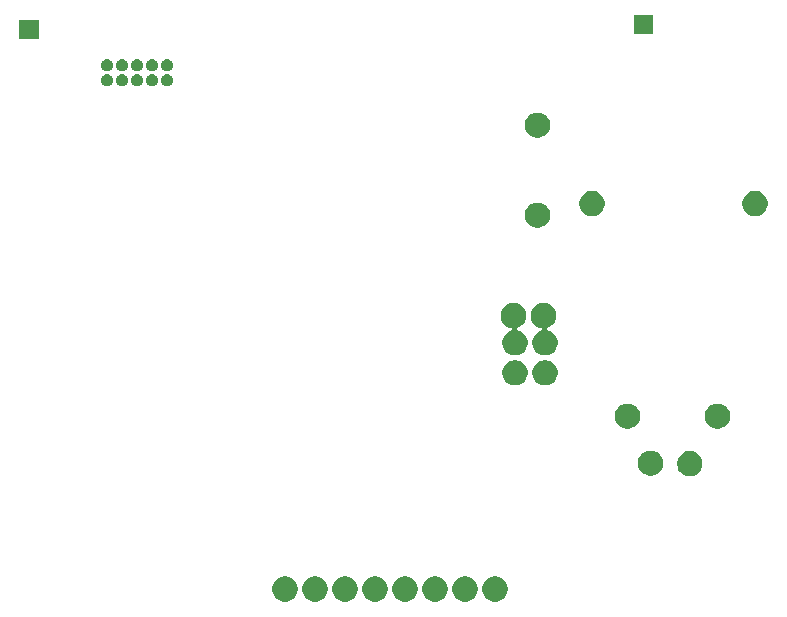
<source format=gbr>
G04 #@! TF.GenerationSoftware,KiCad,Pcbnew,(5.0.2)-1*
G04 #@! TF.CreationDate,2018-12-26T19:39:10+05:30*
G04 #@! TF.ProjectId,Air Pollution,41697220-506f-46c6-9c75-74696f6e2e6b,rev?*
G04 #@! TF.SameCoordinates,Original*
G04 #@! TF.FileFunction,Soldermask,Top*
G04 #@! TF.FilePolarity,Negative*
%FSLAX46Y46*%
G04 Gerber Fmt 4.6, Leading zero omitted, Abs format (unit mm)*
G04 Created by KiCad (PCBNEW (5.0.2)-1) date 12/26/2018 7:39:10 PM*
%MOMM*%
%LPD*%
G01*
G04 APERTURE LIST*
%ADD10C,0.100000*%
G04 APERTURE END LIST*
D10*
G36*
X143156399Y-106952158D02*
X143351308Y-107032891D01*
X143526726Y-107150102D01*
X143675898Y-107299274D01*
X143793109Y-107474692D01*
X143873842Y-107669601D01*
X143915000Y-107876515D01*
X143915000Y-108087485D01*
X143873842Y-108294399D01*
X143793109Y-108489308D01*
X143675898Y-108664726D01*
X143526726Y-108813898D01*
X143351308Y-108931109D01*
X143156399Y-109011842D01*
X142949485Y-109053000D01*
X142738515Y-109053000D01*
X142531601Y-109011842D01*
X142336692Y-108931109D01*
X142161274Y-108813898D01*
X142012102Y-108664726D01*
X141894891Y-108489308D01*
X141814158Y-108294399D01*
X141773000Y-108087485D01*
X141773000Y-107876515D01*
X141814158Y-107669601D01*
X141894891Y-107474692D01*
X142012102Y-107299274D01*
X142161274Y-107150102D01*
X142336692Y-107032891D01*
X142531601Y-106952158D01*
X142738515Y-106911000D01*
X142949485Y-106911000D01*
X143156399Y-106952158D01*
X143156399Y-106952158D01*
G37*
G36*
X140616399Y-106952158D02*
X140811308Y-107032891D01*
X140986726Y-107150102D01*
X141135898Y-107299274D01*
X141253109Y-107474692D01*
X141333842Y-107669601D01*
X141375000Y-107876515D01*
X141375000Y-108087485D01*
X141333842Y-108294399D01*
X141253109Y-108489308D01*
X141135898Y-108664726D01*
X140986726Y-108813898D01*
X140811308Y-108931109D01*
X140616399Y-109011842D01*
X140409485Y-109053000D01*
X140198515Y-109053000D01*
X139991601Y-109011842D01*
X139796692Y-108931109D01*
X139621274Y-108813898D01*
X139472102Y-108664726D01*
X139354891Y-108489308D01*
X139274158Y-108294399D01*
X139233000Y-108087485D01*
X139233000Y-107876515D01*
X139274158Y-107669601D01*
X139354891Y-107474692D01*
X139472102Y-107299274D01*
X139621274Y-107150102D01*
X139796692Y-107032891D01*
X139991601Y-106952158D01*
X140198515Y-106911000D01*
X140409485Y-106911000D01*
X140616399Y-106952158D01*
X140616399Y-106952158D01*
G37*
G36*
X125376399Y-106952158D02*
X125571308Y-107032891D01*
X125746726Y-107150102D01*
X125895898Y-107299274D01*
X126013109Y-107474692D01*
X126093842Y-107669601D01*
X126135000Y-107876515D01*
X126135000Y-108087485D01*
X126093842Y-108294399D01*
X126013109Y-108489308D01*
X125895898Y-108664726D01*
X125746726Y-108813898D01*
X125571308Y-108931109D01*
X125376399Y-109011842D01*
X125169485Y-109053000D01*
X124958515Y-109053000D01*
X124751601Y-109011842D01*
X124556692Y-108931109D01*
X124381274Y-108813898D01*
X124232102Y-108664726D01*
X124114891Y-108489308D01*
X124034158Y-108294399D01*
X123993000Y-108087485D01*
X123993000Y-107876515D01*
X124034158Y-107669601D01*
X124114891Y-107474692D01*
X124232102Y-107299274D01*
X124381274Y-107150102D01*
X124556692Y-107032891D01*
X124751601Y-106952158D01*
X124958515Y-106911000D01*
X125169485Y-106911000D01*
X125376399Y-106952158D01*
X125376399Y-106952158D01*
G37*
G36*
X127916399Y-106952158D02*
X128111308Y-107032891D01*
X128286726Y-107150102D01*
X128435898Y-107299274D01*
X128553109Y-107474692D01*
X128633842Y-107669601D01*
X128675000Y-107876515D01*
X128675000Y-108087485D01*
X128633842Y-108294399D01*
X128553109Y-108489308D01*
X128435898Y-108664726D01*
X128286726Y-108813898D01*
X128111308Y-108931109D01*
X127916399Y-109011842D01*
X127709485Y-109053000D01*
X127498515Y-109053000D01*
X127291601Y-109011842D01*
X127096692Y-108931109D01*
X126921274Y-108813898D01*
X126772102Y-108664726D01*
X126654891Y-108489308D01*
X126574158Y-108294399D01*
X126533000Y-108087485D01*
X126533000Y-107876515D01*
X126574158Y-107669601D01*
X126654891Y-107474692D01*
X126772102Y-107299274D01*
X126921274Y-107150102D01*
X127096692Y-107032891D01*
X127291601Y-106952158D01*
X127498515Y-106911000D01*
X127709485Y-106911000D01*
X127916399Y-106952158D01*
X127916399Y-106952158D01*
G37*
G36*
X130456399Y-106952158D02*
X130651308Y-107032891D01*
X130826726Y-107150102D01*
X130975898Y-107299274D01*
X131093109Y-107474692D01*
X131173842Y-107669601D01*
X131215000Y-107876515D01*
X131215000Y-108087485D01*
X131173842Y-108294399D01*
X131093109Y-108489308D01*
X130975898Y-108664726D01*
X130826726Y-108813898D01*
X130651308Y-108931109D01*
X130456399Y-109011842D01*
X130249485Y-109053000D01*
X130038515Y-109053000D01*
X129831601Y-109011842D01*
X129636692Y-108931109D01*
X129461274Y-108813898D01*
X129312102Y-108664726D01*
X129194891Y-108489308D01*
X129114158Y-108294399D01*
X129073000Y-108087485D01*
X129073000Y-107876515D01*
X129114158Y-107669601D01*
X129194891Y-107474692D01*
X129312102Y-107299274D01*
X129461274Y-107150102D01*
X129636692Y-107032891D01*
X129831601Y-106952158D01*
X130038515Y-106911000D01*
X130249485Y-106911000D01*
X130456399Y-106952158D01*
X130456399Y-106952158D01*
G37*
G36*
X132996399Y-106952158D02*
X133191308Y-107032891D01*
X133366726Y-107150102D01*
X133515898Y-107299274D01*
X133633109Y-107474692D01*
X133713842Y-107669601D01*
X133755000Y-107876515D01*
X133755000Y-108087485D01*
X133713842Y-108294399D01*
X133633109Y-108489308D01*
X133515898Y-108664726D01*
X133366726Y-108813898D01*
X133191308Y-108931109D01*
X132996399Y-109011842D01*
X132789485Y-109053000D01*
X132578515Y-109053000D01*
X132371601Y-109011842D01*
X132176692Y-108931109D01*
X132001274Y-108813898D01*
X131852102Y-108664726D01*
X131734891Y-108489308D01*
X131654158Y-108294399D01*
X131613000Y-108087485D01*
X131613000Y-107876515D01*
X131654158Y-107669601D01*
X131734891Y-107474692D01*
X131852102Y-107299274D01*
X132001274Y-107150102D01*
X132176692Y-107032891D01*
X132371601Y-106952158D01*
X132578515Y-106911000D01*
X132789485Y-106911000D01*
X132996399Y-106952158D01*
X132996399Y-106952158D01*
G37*
G36*
X135536399Y-106952158D02*
X135731308Y-107032891D01*
X135906726Y-107150102D01*
X136055898Y-107299274D01*
X136173109Y-107474692D01*
X136253842Y-107669601D01*
X136295000Y-107876515D01*
X136295000Y-108087485D01*
X136253842Y-108294399D01*
X136173109Y-108489308D01*
X136055898Y-108664726D01*
X135906726Y-108813898D01*
X135731308Y-108931109D01*
X135536399Y-109011842D01*
X135329485Y-109053000D01*
X135118515Y-109053000D01*
X134911601Y-109011842D01*
X134716692Y-108931109D01*
X134541274Y-108813898D01*
X134392102Y-108664726D01*
X134274891Y-108489308D01*
X134194158Y-108294399D01*
X134153000Y-108087485D01*
X134153000Y-107876515D01*
X134194158Y-107669601D01*
X134274891Y-107474692D01*
X134392102Y-107299274D01*
X134541274Y-107150102D01*
X134716692Y-107032891D01*
X134911601Y-106952158D01*
X135118515Y-106911000D01*
X135329485Y-106911000D01*
X135536399Y-106952158D01*
X135536399Y-106952158D01*
G37*
G36*
X138076399Y-106952158D02*
X138271308Y-107032891D01*
X138446726Y-107150102D01*
X138595898Y-107299274D01*
X138713109Y-107474692D01*
X138793842Y-107669601D01*
X138835000Y-107876515D01*
X138835000Y-108087485D01*
X138793842Y-108294399D01*
X138713109Y-108489308D01*
X138595898Y-108664726D01*
X138446726Y-108813898D01*
X138271308Y-108931109D01*
X138076399Y-109011842D01*
X137869485Y-109053000D01*
X137658515Y-109053000D01*
X137451601Y-109011842D01*
X137256692Y-108931109D01*
X137081274Y-108813898D01*
X136932102Y-108664726D01*
X136814891Y-108489308D01*
X136734158Y-108294399D01*
X136693000Y-108087485D01*
X136693000Y-107876515D01*
X136734158Y-107669601D01*
X136814891Y-107474692D01*
X136932102Y-107299274D01*
X137081274Y-107150102D01*
X137256692Y-107032891D01*
X137451601Y-106952158D01*
X137658515Y-106911000D01*
X137869485Y-106911000D01*
X138076399Y-106952158D01*
X138076399Y-106952158D01*
G37*
G36*
X159633899Y-96328358D02*
X159828808Y-96409091D01*
X160004226Y-96526302D01*
X160153398Y-96675474D01*
X160270609Y-96850892D01*
X160351342Y-97045801D01*
X160392500Y-97252715D01*
X160392500Y-97463685D01*
X160351342Y-97670599D01*
X160270609Y-97865508D01*
X160153398Y-98040926D01*
X160004226Y-98190098D01*
X159828808Y-98307309D01*
X159633899Y-98388042D01*
X159426985Y-98429200D01*
X159216015Y-98429200D01*
X159009101Y-98388042D01*
X158814192Y-98307309D01*
X158638774Y-98190098D01*
X158489602Y-98040926D01*
X158372391Y-97865508D01*
X158291658Y-97670599D01*
X158250500Y-97463685D01*
X158250500Y-97252715D01*
X158291658Y-97045801D01*
X158372391Y-96850892D01*
X158489602Y-96675474D01*
X158638774Y-96526302D01*
X158814192Y-96409091D01*
X159009101Y-96328358D01*
X159216015Y-96287200D01*
X159426985Y-96287200D01*
X159633899Y-96328358D01*
X159633899Y-96328358D01*
G37*
G36*
X156319199Y-96302958D02*
X156514108Y-96383691D01*
X156689526Y-96500902D01*
X156838698Y-96650074D01*
X156955909Y-96825492D01*
X157036642Y-97020401D01*
X157077800Y-97227315D01*
X157077800Y-97438285D01*
X157036642Y-97645199D01*
X156955909Y-97840108D01*
X156838698Y-98015526D01*
X156689526Y-98164698D01*
X156514108Y-98281909D01*
X156319199Y-98362642D01*
X156112285Y-98403800D01*
X155901315Y-98403800D01*
X155694401Y-98362642D01*
X155499492Y-98281909D01*
X155324074Y-98164698D01*
X155174902Y-98015526D01*
X155057691Y-97840108D01*
X154976958Y-97645199D01*
X154935800Y-97438285D01*
X154935800Y-97227315D01*
X154976958Y-97020401D01*
X155057691Y-96825492D01*
X155174902Y-96650074D01*
X155324074Y-96500902D01*
X155499492Y-96383691D01*
X155694401Y-96302958D01*
X155901315Y-96261800D01*
X156112285Y-96261800D01*
X156319199Y-96302958D01*
X156319199Y-96302958D01*
G37*
G36*
X161983399Y-92315158D02*
X162178308Y-92395891D01*
X162353726Y-92513102D01*
X162502898Y-92662274D01*
X162620109Y-92837692D01*
X162700842Y-93032601D01*
X162742000Y-93239515D01*
X162742000Y-93450485D01*
X162700842Y-93657399D01*
X162620109Y-93852308D01*
X162502898Y-94027726D01*
X162353726Y-94176898D01*
X162178308Y-94294109D01*
X161983399Y-94374842D01*
X161776485Y-94416000D01*
X161565515Y-94416000D01*
X161358601Y-94374842D01*
X161163692Y-94294109D01*
X160988274Y-94176898D01*
X160839102Y-94027726D01*
X160721891Y-93852308D01*
X160641158Y-93657399D01*
X160600000Y-93450485D01*
X160600000Y-93239515D01*
X160641158Y-93032601D01*
X160721891Y-92837692D01*
X160839102Y-92662274D01*
X160988274Y-92513102D01*
X161163692Y-92395891D01*
X161358601Y-92315158D01*
X161565515Y-92274000D01*
X161776485Y-92274000D01*
X161983399Y-92315158D01*
X161983399Y-92315158D01*
G37*
G36*
X154363399Y-92315158D02*
X154558308Y-92395891D01*
X154733726Y-92513102D01*
X154882898Y-92662274D01*
X155000109Y-92837692D01*
X155080842Y-93032601D01*
X155122000Y-93239515D01*
X155122000Y-93450485D01*
X155080842Y-93657399D01*
X155000109Y-93852308D01*
X154882898Y-94027726D01*
X154733726Y-94176898D01*
X154558308Y-94294109D01*
X154363399Y-94374842D01*
X154156485Y-94416000D01*
X153945515Y-94416000D01*
X153738601Y-94374842D01*
X153543692Y-94294109D01*
X153368274Y-94176898D01*
X153219102Y-94027726D01*
X153101891Y-93852308D01*
X153021158Y-93657399D01*
X152980000Y-93450485D01*
X152980000Y-93239515D01*
X153021158Y-93032601D01*
X153101891Y-92837692D01*
X153219102Y-92662274D01*
X153368274Y-92513102D01*
X153543692Y-92395891D01*
X153738601Y-92315158D01*
X153945515Y-92274000D01*
X154156485Y-92274000D01*
X154363399Y-92315158D01*
X154363399Y-92315158D01*
G37*
G36*
X147378399Y-88632158D02*
X147573308Y-88712891D01*
X147748726Y-88830102D01*
X147897898Y-88979274D01*
X148015109Y-89154692D01*
X148095842Y-89349601D01*
X148137000Y-89556515D01*
X148137000Y-89767485D01*
X148095842Y-89974399D01*
X148015109Y-90169308D01*
X147897898Y-90344726D01*
X147748726Y-90493898D01*
X147573308Y-90611109D01*
X147378399Y-90691842D01*
X147171485Y-90733000D01*
X146960515Y-90733000D01*
X146753601Y-90691842D01*
X146558692Y-90611109D01*
X146383274Y-90493898D01*
X146234102Y-90344726D01*
X146116891Y-90169308D01*
X146036158Y-89974399D01*
X145995000Y-89767485D01*
X145995000Y-89556515D01*
X146036158Y-89349601D01*
X146116891Y-89154692D01*
X146234102Y-88979274D01*
X146383274Y-88830102D01*
X146558692Y-88712891D01*
X146753601Y-88632158D01*
X146960515Y-88591000D01*
X147171485Y-88591000D01*
X147378399Y-88632158D01*
X147378399Y-88632158D01*
G37*
G36*
X144838399Y-88632158D02*
X145033308Y-88712891D01*
X145208726Y-88830102D01*
X145357898Y-88979274D01*
X145475109Y-89154692D01*
X145555842Y-89349601D01*
X145597000Y-89556515D01*
X145597000Y-89767485D01*
X145555842Y-89974399D01*
X145475109Y-90169308D01*
X145357898Y-90344726D01*
X145208726Y-90493898D01*
X145033308Y-90611109D01*
X144838399Y-90691842D01*
X144631485Y-90733000D01*
X144420515Y-90733000D01*
X144213601Y-90691842D01*
X144018692Y-90611109D01*
X143843274Y-90493898D01*
X143694102Y-90344726D01*
X143576891Y-90169308D01*
X143496158Y-89974399D01*
X143455000Y-89767485D01*
X143455000Y-89556515D01*
X143496158Y-89349601D01*
X143576891Y-89154692D01*
X143694102Y-88979274D01*
X143843274Y-88830102D01*
X144018692Y-88712891D01*
X144213601Y-88632158D01*
X144420515Y-88591000D01*
X144631485Y-88591000D01*
X144838399Y-88632158D01*
X144838399Y-88632158D01*
G37*
G36*
X147251399Y-83792058D02*
X147446308Y-83872791D01*
X147621726Y-83990002D01*
X147770898Y-84139174D01*
X147888109Y-84314592D01*
X147968842Y-84509501D01*
X148010000Y-84716415D01*
X148010000Y-84927385D01*
X147968842Y-85134299D01*
X147888109Y-85329208D01*
X147770898Y-85504626D01*
X147621726Y-85653798D01*
X147446308Y-85771009D01*
X147281188Y-85839403D01*
X147259577Y-85850954D01*
X147240635Y-85866499D01*
X147225090Y-85885441D01*
X147213538Y-85907052D01*
X147206425Y-85930501D01*
X147204023Y-85954888D01*
X147206425Y-85979274D01*
X147213538Y-86002723D01*
X147225089Y-86024334D01*
X147240634Y-86043276D01*
X147259576Y-86058821D01*
X147281187Y-86070373D01*
X147304635Y-86077485D01*
X147378399Y-86092158D01*
X147573308Y-86172891D01*
X147748726Y-86290102D01*
X147897898Y-86439274D01*
X148015109Y-86614692D01*
X148095842Y-86809601D01*
X148137000Y-87016515D01*
X148137000Y-87227485D01*
X148095842Y-87434399D01*
X148015109Y-87629308D01*
X147897898Y-87804726D01*
X147748726Y-87953898D01*
X147573308Y-88071109D01*
X147378399Y-88151842D01*
X147171485Y-88193000D01*
X146960515Y-88193000D01*
X146753601Y-88151842D01*
X146558692Y-88071109D01*
X146383274Y-87953898D01*
X146234102Y-87804726D01*
X146116891Y-87629308D01*
X146036158Y-87434399D01*
X145995000Y-87227485D01*
X145995000Y-87016515D01*
X146036158Y-86809601D01*
X146116891Y-86614692D01*
X146234102Y-86439274D01*
X146383274Y-86290102D01*
X146558692Y-86172891D01*
X146723812Y-86104497D01*
X146745423Y-86092946D01*
X146764365Y-86077401D01*
X146779910Y-86058459D01*
X146791462Y-86036848D01*
X146798575Y-86013399D01*
X146800977Y-85989012D01*
X146798575Y-85964626D01*
X146791462Y-85941177D01*
X146779911Y-85919566D01*
X146764366Y-85900624D01*
X146745424Y-85885079D01*
X146723813Y-85873527D01*
X146700365Y-85866415D01*
X146626601Y-85851742D01*
X146596812Y-85839403D01*
X146431692Y-85771009D01*
X146256274Y-85653798D01*
X146107102Y-85504626D01*
X145989891Y-85329208D01*
X145909158Y-85134299D01*
X145868000Y-84927385D01*
X145868000Y-84716415D01*
X145909158Y-84509501D01*
X145989891Y-84314592D01*
X146107102Y-84139174D01*
X146256274Y-83990002D01*
X146431692Y-83872791D01*
X146626601Y-83792058D01*
X146833515Y-83750900D01*
X147044485Y-83750900D01*
X147251399Y-83792058D01*
X147251399Y-83792058D01*
G37*
G36*
X144711399Y-83792058D02*
X144906308Y-83872791D01*
X145081726Y-83990002D01*
X145230898Y-84139174D01*
X145348109Y-84314592D01*
X145428842Y-84509501D01*
X145470000Y-84716415D01*
X145470000Y-84927385D01*
X145428842Y-85134299D01*
X145348109Y-85329208D01*
X145230898Y-85504626D01*
X145081726Y-85653798D01*
X144906308Y-85771009D01*
X144741188Y-85839403D01*
X144719577Y-85850954D01*
X144700635Y-85866499D01*
X144685090Y-85885441D01*
X144673538Y-85907052D01*
X144666425Y-85930501D01*
X144664023Y-85954888D01*
X144666425Y-85979274D01*
X144673538Y-86002723D01*
X144685089Y-86024334D01*
X144700634Y-86043276D01*
X144719576Y-86058821D01*
X144741187Y-86070373D01*
X144764635Y-86077485D01*
X144838399Y-86092158D01*
X145033308Y-86172891D01*
X145208726Y-86290102D01*
X145357898Y-86439274D01*
X145475109Y-86614692D01*
X145555842Y-86809601D01*
X145597000Y-87016515D01*
X145597000Y-87227485D01*
X145555842Y-87434399D01*
X145475109Y-87629308D01*
X145357898Y-87804726D01*
X145208726Y-87953898D01*
X145033308Y-88071109D01*
X144838399Y-88151842D01*
X144631485Y-88193000D01*
X144420515Y-88193000D01*
X144213601Y-88151842D01*
X144018692Y-88071109D01*
X143843274Y-87953898D01*
X143694102Y-87804726D01*
X143576891Y-87629308D01*
X143496158Y-87434399D01*
X143455000Y-87227485D01*
X143455000Y-87016515D01*
X143496158Y-86809601D01*
X143576891Y-86614692D01*
X143694102Y-86439274D01*
X143843274Y-86290102D01*
X144018692Y-86172891D01*
X144183812Y-86104497D01*
X144205423Y-86092946D01*
X144224365Y-86077401D01*
X144239910Y-86058459D01*
X144251462Y-86036848D01*
X144258575Y-86013399D01*
X144260977Y-85989012D01*
X144258575Y-85964626D01*
X144251462Y-85941177D01*
X144239911Y-85919566D01*
X144224366Y-85900624D01*
X144205424Y-85885079D01*
X144183813Y-85873527D01*
X144160365Y-85866415D01*
X144086601Y-85851742D01*
X144056812Y-85839403D01*
X143891692Y-85771009D01*
X143716274Y-85653798D01*
X143567102Y-85504626D01*
X143449891Y-85329208D01*
X143369158Y-85134299D01*
X143328000Y-84927385D01*
X143328000Y-84716415D01*
X143369158Y-84509501D01*
X143449891Y-84314592D01*
X143567102Y-84139174D01*
X143716274Y-83990002D01*
X143891692Y-83872791D01*
X144086601Y-83792058D01*
X144293515Y-83750900D01*
X144504485Y-83750900D01*
X144711399Y-83792058D01*
X144711399Y-83792058D01*
G37*
G36*
X146743399Y-75297158D02*
X146938308Y-75377891D01*
X147113726Y-75495102D01*
X147262898Y-75644274D01*
X147380109Y-75819692D01*
X147460842Y-76014601D01*
X147502000Y-76221515D01*
X147502000Y-76432485D01*
X147460842Y-76639399D01*
X147380109Y-76834308D01*
X147262898Y-77009726D01*
X147113726Y-77158898D01*
X146938308Y-77276109D01*
X146743399Y-77356842D01*
X146536485Y-77398000D01*
X146325515Y-77398000D01*
X146118601Y-77356842D01*
X145923692Y-77276109D01*
X145748274Y-77158898D01*
X145599102Y-77009726D01*
X145481891Y-76834308D01*
X145401158Y-76639399D01*
X145360000Y-76432485D01*
X145360000Y-76221515D01*
X145401158Y-76014601D01*
X145481891Y-75819692D01*
X145599102Y-75644274D01*
X145748274Y-75495102D01*
X145923692Y-75377891D01*
X146118601Y-75297158D01*
X146325515Y-75256000D01*
X146536485Y-75256000D01*
X146743399Y-75297158D01*
X146743399Y-75297158D01*
G37*
G36*
X151373399Y-74315158D02*
X151568308Y-74395891D01*
X151743726Y-74513102D01*
X151892898Y-74662274D01*
X152010109Y-74837692D01*
X152090842Y-75032601D01*
X152132000Y-75239515D01*
X152132000Y-75450485D01*
X152090842Y-75657399D01*
X152010109Y-75852308D01*
X151892898Y-76027726D01*
X151743726Y-76176898D01*
X151568308Y-76294109D01*
X151373399Y-76374842D01*
X151166485Y-76416000D01*
X150955515Y-76416000D01*
X150748601Y-76374842D01*
X150553692Y-76294109D01*
X150378274Y-76176898D01*
X150229102Y-76027726D01*
X150111891Y-75852308D01*
X150031158Y-75657399D01*
X149990000Y-75450485D01*
X149990000Y-75239515D01*
X150031158Y-75032601D01*
X150111891Y-74837692D01*
X150229102Y-74662274D01*
X150378274Y-74513102D01*
X150553692Y-74395891D01*
X150748601Y-74315158D01*
X150955515Y-74274000D01*
X151166485Y-74274000D01*
X151373399Y-74315158D01*
X151373399Y-74315158D01*
G37*
G36*
X165173399Y-74315158D02*
X165368308Y-74395891D01*
X165543726Y-74513102D01*
X165692898Y-74662274D01*
X165810109Y-74837692D01*
X165890842Y-75032601D01*
X165932000Y-75239515D01*
X165932000Y-75450485D01*
X165890842Y-75657399D01*
X165810109Y-75852308D01*
X165692898Y-76027726D01*
X165543726Y-76176898D01*
X165368308Y-76294109D01*
X165173399Y-76374842D01*
X164966485Y-76416000D01*
X164755515Y-76416000D01*
X164548601Y-76374842D01*
X164353692Y-76294109D01*
X164178274Y-76176898D01*
X164029102Y-76027726D01*
X163911891Y-75852308D01*
X163831158Y-75657399D01*
X163790000Y-75450485D01*
X163790000Y-75239515D01*
X163831158Y-75032601D01*
X163911891Y-74837692D01*
X164029102Y-74662274D01*
X164178274Y-74513102D01*
X164353692Y-74395891D01*
X164548601Y-74315158D01*
X164755515Y-74274000D01*
X164966485Y-74274000D01*
X165173399Y-74315158D01*
X165173399Y-74315158D01*
G37*
G36*
X146743399Y-67677158D02*
X146938308Y-67757891D01*
X147113726Y-67875102D01*
X147262898Y-68024274D01*
X147380109Y-68199692D01*
X147460842Y-68394601D01*
X147502000Y-68601515D01*
X147502000Y-68812485D01*
X147460842Y-69019399D01*
X147380109Y-69214308D01*
X147262898Y-69389726D01*
X147113726Y-69538898D01*
X146938308Y-69656109D01*
X146743399Y-69736842D01*
X146536485Y-69778000D01*
X146325515Y-69778000D01*
X146118601Y-69736842D01*
X145923692Y-69656109D01*
X145748274Y-69538898D01*
X145599102Y-69389726D01*
X145481891Y-69214308D01*
X145401158Y-69019399D01*
X145360000Y-68812485D01*
X145360000Y-68601515D01*
X145401158Y-68394601D01*
X145481891Y-68199692D01*
X145599102Y-68024274D01*
X145748274Y-67875102D01*
X145923692Y-67757891D01*
X146118601Y-67677158D01*
X146325515Y-67636000D01*
X146536485Y-67636000D01*
X146743399Y-67677158D01*
X146743399Y-67677158D01*
G37*
G36*
X112668136Y-64415253D02*
X112759312Y-64453019D01*
X112841372Y-64507850D01*
X112911150Y-64577628D01*
X112965981Y-64659688D01*
X113003747Y-64750864D01*
X113023000Y-64847656D01*
X113023000Y-64946344D01*
X113003747Y-65043136D01*
X112965981Y-65134312D01*
X112911150Y-65216372D01*
X112841372Y-65286150D01*
X112759312Y-65340981D01*
X112668136Y-65378747D01*
X112571344Y-65398000D01*
X112472656Y-65398000D01*
X112375864Y-65378747D01*
X112284688Y-65340981D01*
X112202628Y-65286150D01*
X112132850Y-65216372D01*
X112078019Y-65134312D01*
X112040253Y-65043136D01*
X112021000Y-64946344D01*
X112021000Y-64847656D01*
X112040253Y-64750864D01*
X112078019Y-64659688D01*
X112132850Y-64577628D01*
X112202628Y-64507850D01*
X112284688Y-64453019D01*
X112375864Y-64415253D01*
X112472656Y-64396000D01*
X112571344Y-64396000D01*
X112668136Y-64415253D01*
X112668136Y-64415253D01*
G37*
G36*
X115208136Y-64415253D02*
X115299312Y-64453019D01*
X115381372Y-64507850D01*
X115451150Y-64577628D01*
X115505981Y-64659688D01*
X115543747Y-64750864D01*
X115563000Y-64847656D01*
X115563000Y-64946344D01*
X115543747Y-65043136D01*
X115505981Y-65134312D01*
X115451150Y-65216372D01*
X115381372Y-65286150D01*
X115299312Y-65340981D01*
X115208136Y-65378747D01*
X115111344Y-65398000D01*
X115012656Y-65398000D01*
X114915864Y-65378747D01*
X114824688Y-65340981D01*
X114742628Y-65286150D01*
X114672850Y-65216372D01*
X114618019Y-65134312D01*
X114580253Y-65043136D01*
X114561000Y-64946344D01*
X114561000Y-64847656D01*
X114580253Y-64750864D01*
X114618019Y-64659688D01*
X114672850Y-64577628D01*
X114742628Y-64507850D01*
X114824688Y-64453019D01*
X114915864Y-64415253D01*
X115012656Y-64396000D01*
X115111344Y-64396000D01*
X115208136Y-64415253D01*
X115208136Y-64415253D01*
G37*
G36*
X113938136Y-64415253D02*
X114029312Y-64453019D01*
X114111372Y-64507850D01*
X114181150Y-64577628D01*
X114235981Y-64659688D01*
X114273747Y-64750864D01*
X114293000Y-64847656D01*
X114293000Y-64946344D01*
X114273747Y-65043136D01*
X114235981Y-65134312D01*
X114181150Y-65216372D01*
X114111372Y-65286150D01*
X114029312Y-65340981D01*
X113938136Y-65378747D01*
X113841344Y-65398000D01*
X113742656Y-65398000D01*
X113645864Y-65378747D01*
X113554688Y-65340981D01*
X113472628Y-65286150D01*
X113402850Y-65216372D01*
X113348019Y-65134312D01*
X113310253Y-65043136D01*
X113291000Y-64946344D01*
X113291000Y-64847656D01*
X113310253Y-64750864D01*
X113348019Y-64659688D01*
X113402850Y-64577628D01*
X113472628Y-64507850D01*
X113554688Y-64453019D01*
X113645864Y-64415253D01*
X113742656Y-64396000D01*
X113841344Y-64396000D01*
X113938136Y-64415253D01*
X113938136Y-64415253D01*
G37*
G36*
X110128136Y-64415253D02*
X110219312Y-64453019D01*
X110301372Y-64507850D01*
X110371150Y-64577628D01*
X110425981Y-64659688D01*
X110463747Y-64750864D01*
X110483000Y-64847656D01*
X110483000Y-64946344D01*
X110463747Y-65043136D01*
X110425981Y-65134312D01*
X110371150Y-65216372D01*
X110301372Y-65286150D01*
X110219312Y-65340981D01*
X110128136Y-65378747D01*
X110031344Y-65398000D01*
X109932656Y-65398000D01*
X109835864Y-65378747D01*
X109744688Y-65340981D01*
X109662628Y-65286150D01*
X109592850Y-65216372D01*
X109538019Y-65134312D01*
X109500253Y-65043136D01*
X109481000Y-64946344D01*
X109481000Y-64847656D01*
X109500253Y-64750864D01*
X109538019Y-64659688D01*
X109592850Y-64577628D01*
X109662628Y-64507850D01*
X109744688Y-64453019D01*
X109835864Y-64415253D01*
X109932656Y-64396000D01*
X110031344Y-64396000D01*
X110128136Y-64415253D01*
X110128136Y-64415253D01*
G37*
G36*
X111398136Y-64415253D02*
X111489312Y-64453019D01*
X111571372Y-64507850D01*
X111641150Y-64577628D01*
X111695981Y-64659688D01*
X111733747Y-64750864D01*
X111753000Y-64847656D01*
X111753000Y-64946344D01*
X111733747Y-65043136D01*
X111695981Y-65134312D01*
X111641150Y-65216372D01*
X111571372Y-65286150D01*
X111489312Y-65340981D01*
X111398136Y-65378747D01*
X111301344Y-65398000D01*
X111202656Y-65398000D01*
X111105864Y-65378747D01*
X111014688Y-65340981D01*
X110932628Y-65286150D01*
X110862850Y-65216372D01*
X110808019Y-65134312D01*
X110770253Y-65043136D01*
X110751000Y-64946344D01*
X110751000Y-64847656D01*
X110770253Y-64750864D01*
X110808019Y-64659688D01*
X110862850Y-64577628D01*
X110932628Y-64507850D01*
X111014688Y-64453019D01*
X111105864Y-64415253D01*
X111202656Y-64396000D01*
X111301344Y-64396000D01*
X111398136Y-64415253D01*
X111398136Y-64415253D01*
G37*
G36*
X110128136Y-63145253D02*
X110219312Y-63183019D01*
X110301372Y-63237850D01*
X110371150Y-63307628D01*
X110425981Y-63389688D01*
X110463747Y-63480864D01*
X110483000Y-63577656D01*
X110483000Y-63676344D01*
X110463747Y-63773136D01*
X110425981Y-63864312D01*
X110371150Y-63946372D01*
X110301372Y-64016150D01*
X110219312Y-64070981D01*
X110128136Y-64108747D01*
X110031344Y-64128000D01*
X109932656Y-64128000D01*
X109835864Y-64108747D01*
X109744688Y-64070981D01*
X109662628Y-64016150D01*
X109592850Y-63946372D01*
X109538019Y-63864312D01*
X109500253Y-63773136D01*
X109481000Y-63676344D01*
X109481000Y-63577656D01*
X109500253Y-63480864D01*
X109538019Y-63389688D01*
X109592850Y-63307628D01*
X109662628Y-63237850D01*
X109744688Y-63183019D01*
X109835864Y-63145253D01*
X109932656Y-63126000D01*
X110031344Y-63126000D01*
X110128136Y-63145253D01*
X110128136Y-63145253D01*
G37*
G36*
X113938136Y-63145253D02*
X114029312Y-63183019D01*
X114111372Y-63237850D01*
X114181150Y-63307628D01*
X114235981Y-63389688D01*
X114273747Y-63480864D01*
X114293000Y-63577656D01*
X114293000Y-63676344D01*
X114273747Y-63773136D01*
X114235981Y-63864312D01*
X114181150Y-63946372D01*
X114111372Y-64016150D01*
X114029312Y-64070981D01*
X113938136Y-64108747D01*
X113841344Y-64128000D01*
X113742656Y-64128000D01*
X113645864Y-64108747D01*
X113554688Y-64070981D01*
X113472628Y-64016150D01*
X113402850Y-63946372D01*
X113348019Y-63864312D01*
X113310253Y-63773136D01*
X113291000Y-63676344D01*
X113291000Y-63577656D01*
X113310253Y-63480864D01*
X113348019Y-63389688D01*
X113402850Y-63307628D01*
X113472628Y-63237850D01*
X113554688Y-63183019D01*
X113645864Y-63145253D01*
X113742656Y-63126000D01*
X113841344Y-63126000D01*
X113938136Y-63145253D01*
X113938136Y-63145253D01*
G37*
G36*
X115208136Y-63145253D02*
X115299312Y-63183019D01*
X115381372Y-63237850D01*
X115451150Y-63307628D01*
X115505981Y-63389688D01*
X115543747Y-63480864D01*
X115563000Y-63577656D01*
X115563000Y-63676344D01*
X115543747Y-63773136D01*
X115505981Y-63864312D01*
X115451150Y-63946372D01*
X115381372Y-64016150D01*
X115299312Y-64070981D01*
X115208136Y-64108747D01*
X115111344Y-64128000D01*
X115012656Y-64128000D01*
X114915864Y-64108747D01*
X114824688Y-64070981D01*
X114742628Y-64016150D01*
X114672850Y-63946372D01*
X114618019Y-63864312D01*
X114580253Y-63773136D01*
X114561000Y-63676344D01*
X114561000Y-63577656D01*
X114580253Y-63480864D01*
X114618019Y-63389688D01*
X114672850Y-63307628D01*
X114742628Y-63237850D01*
X114824688Y-63183019D01*
X114915864Y-63145253D01*
X115012656Y-63126000D01*
X115111344Y-63126000D01*
X115208136Y-63145253D01*
X115208136Y-63145253D01*
G37*
G36*
X111398136Y-63145253D02*
X111489312Y-63183019D01*
X111571372Y-63237850D01*
X111641150Y-63307628D01*
X111695981Y-63389688D01*
X111733747Y-63480864D01*
X111753000Y-63577656D01*
X111753000Y-63676344D01*
X111733747Y-63773136D01*
X111695981Y-63864312D01*
X111641150Y-63946372D01*
X111571372Y-64016150D01*
X111489312Y-64070981D01*
X111398136Y-64108747D01*
X111301344Y-64128000D01*
X111202656Y-64128000D01*
X111105864Y-64108747D01*
X111014688Y-64070981D01*
X110932628Y-64016150D01*
X110862850Y-63946372D01*
X110808019Y-63864312D01*
X110770253Y-63773136D01*
X110751000Y-63676344D01*
X110751000Y-63577656D01*
X110770253Y-63480864D01*
X110808019Y-63389688D01*
X110862850Y-63307628D01*
X110932628Y-63237850D01*
X111014688Y-63183019D01*
X111105864Y-63145253D01*
X111202656Y-63126000D01*
X111301344Y-63126000D01*
X111398136Y-63145253D01*
X111398136Y-63145253D01*
G37*
G36*
X112668136Y-63145253D02*
X112759312Y-63183019D01*
X112841372Y-63237850D01*
X112911150Y-63307628D01*
X112965981Y-63389688D01*
X113003747Y-63480864D01*
X113023000Y-63577656D01*
X113023000Y-63676344D01*
X113003747Y-63773136D01*
X112965981Y-63864312D01*
X112911150Y-63946372D01*
X112841372Y-64016150D01*
X112759312Y-64070981D01*
X112668136Y-64108747D01*
X112571344Y-64128000D01*
X112472656Y-64128000D01*
X112375864Y-64108747D01*
X112284688Y-64070981D01*
X112202628Y-64016150D01*
X112132850Y-63946372D01*
X112078019Y-63864312D01*
X112040253Y-63773136D01*
X112021000Y-63676344D01*
X112021000Y-63577656D01*
X112040253Y-63480864D01*
X112078019Y-63389688D01*
X112132850Y-63307628D01*
X112202628Y-63237850D01*
X112284688Y-63183019D01*
X112375864Y-63145253D01*
X112472656Y-63126000D01*
X112571344Y-63126000D01*
X112668136Y-63145253D01*
X112668136Y-63145253D01*
G37*
G36*
X104191000Y-61392000D02*
X102565000Y-61392000D01*
X102565000Y-59766000D01*
X104191000Y-59766000D01*
X104191000Y-61392000D01*
X104191000Y-61392000D01*
G37*
G36*
X156191000Y-61011000D02*
X154565000Y-61011000D01*
X154565000Y-59385000D01*
X156191000Y-59385000D01*
X156191000Y-61011000D01*
X156191000Y-61011000D01*
G37*
M02*

</source>
